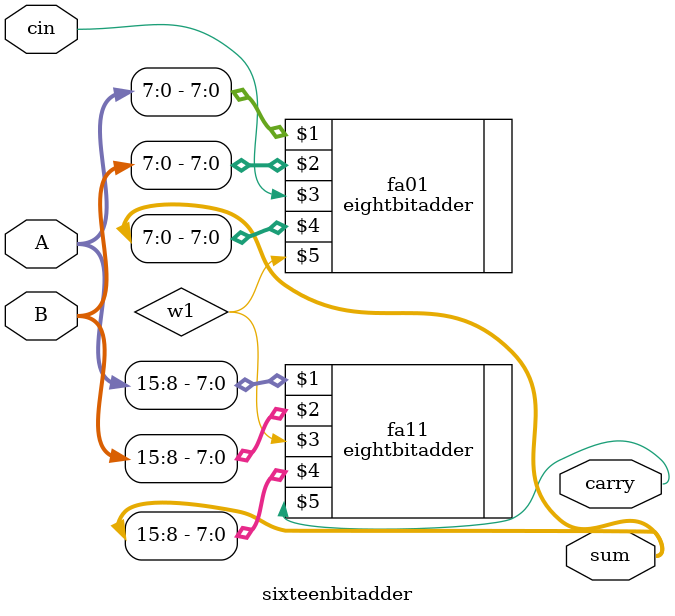
<source format=v>
`include "8bit_FA.v"
module sixteenbitadder(A,B,cin,sum,carry);

input [15:0]A,B;input cin;
output [15:0] sum;output carry;
wire w1;

eightbitadder fa01(A[7:0],B[7:0],cin,sum[7:0],w1);
eightbitadder fa11(A[15:8],B[15:8],w1,sum[15:8],carry);

endmodule



</source>
